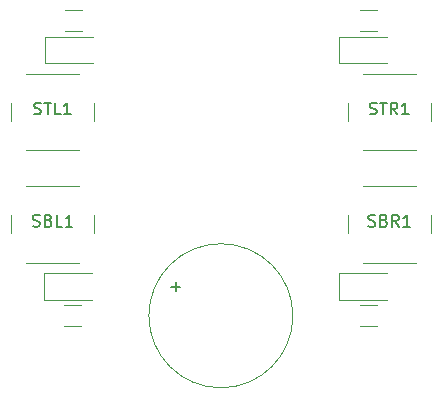
<source format=gbr>
%TF.GenerationSoftware,KiCad,Pcbnew,8.0.5*%
%TF.CreationDate,2024-10-14T18:40:36+02:00*%
%TF.ProjectId,pcb,7063622e-6b69-4636-9164-5f7063625858,rev?*%
%TF.SameCoordinates,Original*%
%TF.FileFunction,Legend,Top*%
%TF.FilePolarity,Positive*%
%FSLAX46Y46*%
G04 Gerber Fmt 4.6, Leading zero omitted, Abs format (unit mm)*
G04 Created by KiCad (PCBNEW 8.0.5) date 2024-10-14 18:40:36*
%MOMM*%
%LPD*%
G01*
G04 APERTURE LIST*
%ADD10C,0.150000*%
%ADD11C,0.120000*%
G04 APERTURE END LIST*
D10*
X162488095Y-54907200D02*
X162630952Y-54954819D01*
X162630952Y-54954819D02*
X162869047Y-54954819D01*
X162869047Y-54954819D02*
X162964285Y-54907200D01*
X162964285Y-54907200D02*
X163011904Y-54859580D01*
X163011904Y-54859580D02*
X163059523Y-54764342D01*
X163059523Y-54764342D02*
X163059523Y-54669104D01*
X163059523Y-54669104D02*
X163011904Y-54573866D01*
X163011904Y-54573866D02*
X162964285Y-54526247D01*
X162964285Y-54526247D02*
X162869047Y-54478628D01*
X162869047Y-54478628D02*
X162678571Y-54431009D01*
X162678571Y-54431009D02*
X162583333Y-54383390D01*
X162583333Y-54383390D02*
X162535714Y-54335771D01*
X162535714Y-54335771D02*
X162488095Y-54240533D01*
X162488095Y-54240533D02*
X162488095Y-54145295D01*
X162488095Y-54145295D02*
X162535714Y-54050057D01*
X162535714Y-54050057D02*
X162583333Y-54002438D01*
X162583333Y-54002438D02*
X162678571Y-53954819D01*
X162678571Y-53954819D02*
X162916666Y-53954819D01*
X162916666Y-53954819D02*
X163059523Y-54002438D01*
X163821428Y-54431009D02*
X163964285Y-54478628D01*
X163964285Y-54478628D02*
X164011904Y-54526247D01*
X164011904Y-54526247D02*
X164059523Y-54621485D01*
X164059523Y-54621485D02*
X164059523Y-54764342D01*
X164059523Y-54764342D02*
X164011904Y-54859580D01*
X164011904Y-54859580D02*
X163964285Y-54907200D01*
X163964285Y-54907200D02*
X163869047Y-54954819D01*
X163869047Y-54954819D02*
X163488095Y-54954819D01*
X163488095Y-54954819D02*
X163488095Y-53954819D01*
X163488095Y-53954819D02*
X163821428Y-53954819D01*
X163821428Y-53954819D02*
X163916666Y-54002438D01*
X163916666Y-54002438D02*
X163964285Y-54050057D01*
X163964285Y-54050057D02*
X164011904Y-54145295D01*
X164011904Y-54145295D02*
X164011904Y-54240533D01*
X164011904Y-54240533D02*
X163964285Y-54335771D01*
X163964285Y-54335771D02*
X163916666Y-54383390D01*
X163916666Y-54383390D02*
X163821428Y-54431009D01*
X163821428Y-54431009D02*
X163488095Y-54431009D01*
X165059523Y-54954819D02*
X164726190Y-54478628D01*
X164488095Y-54954819D02*
X164488095Y-53954819D01*
X164488095Y-53954819D02*
X164869047Y-53954819D01*
X164869047Y-53954819D02*
X164964285Y-54002438D01*
X164964285Y-54002438D02*
X165011904Y-54050057D01*
X165011904Y-54050057D02*
X165059523Y-54145295D01*
X165059523Y-54145295D02*
X165059523Y-54288152D01*
X165059523Y-54288152D02*
X165011904Y-54383390D01*
X165011904Y-54383390D02*
X164964285Y-54431009D01*
X164964285Y-54431009D02*
X164869047Y-54478628D01*
X164869047Y-54478628D02*
X164488095Y-54478628D01*
X166011904Y-54954819D02*
X165440476Y-54954819D01*
X165726190Y-54954819D02*
X165726190Y-53954819D01*
X165726190Y-53954819D02*
X165630952Y-54097676D01*
X165630952Y-54097676D02*
X165535714Y-54192914D01*
X165535714Y-54192914D02*
X165440476Y-54240533D01*
X134202381Y-45407200D02*
X134345238Y-45454819D01*
X134345238Y-45454819D02*
X134583333Y-45454819D01*
X134583333Y-45454819D02*
X134678571Y-45407200D01*
X134678571Y-45407200D02*
X134726190Y-45359580D01*
X134726190Y-45359580D02*
X134773809Y-45264342D01*
X134773809Y-45264342D02*
X134773809Y-45169104D01*
X134773809Y-45169104D02*
X134726190Y-45073866D01*
X134726190Y-45073866D02*
X134678571Y-45026247D01*
X134678571Y-45026247D02*
X134583333Y-44978628D01*
X134583333Y-44978628D02*
X134392857Y-44931009D01*
X134392857Y-44931009D02*
X134297619Y-44883390D01*
X134297619Y-44883390D02*
X134250000Y-44835771D01*
X134250000Y-44835771D02*
X134202381Y-44740533D01*
X134202381Y-44740533D02*
X134202381Y-44645295D01*
X134202381Y-44645295D02*
X134250000Y-44550057D01*
X134250000Y-44550057D02*
X134297619Y-44502438D01*
X134297619Y-44502438D02*
X134392857Y-44454819D01*
X134392857Y-44454819D02*
X134630952Y-44454819D01*
X134630952Y-44454819D02*
X134773809Y-44502438D01*
X135059524Y-44454819D02*
X135630952Y-44454819D01*
X135345238Y-45454819D02*
X135345238Y-44454819D01*
X136440476Y-45454819D02*
X135964286Y-45454819D01*
X135964286Y-45454819D02*
X135964286Y-44454819D01*
X137297619Y-45454819D02*
X136726191Y-45454819D01*
X137011905Y-45454819D02*
X137011905Y-44454819D01*
X137011905Y-44454819D02*
X136916667Y-44597676D01*
X136916667Y-44597676D02*
X136821429Y-44692914D01*
X136821429Y-44692914D02*
X136726191Y-44740533D01*
X134083333Y-54907200D02*
X134226190Y-54954819D01*
X134226190Y-54954819D02*
X134464285Y-54954819D01*
X134464285Y-54954819D02*
X134559523Y-54907200D01*
X134559523Y-54907200D02*
X134607142Y-54859580D01*
X134607142Y-54859580D02*
X134654761Y-54764342D01*
X134654761Y-54764342D02*
X134654761Y-54669104D01*
X134654761Y-54669104D02*
X134607142Y-54573866D01*
X134607142Y-54573866D02*
X134559523Y-54526247D01*
X134559523Y-54526247D02*
X134464285Y-54478628D01*
X134464285Y-54478628D02*
X134273809Y-54431009D01*
X134273809Y-54431009D02*
X134178571Y-54383390D01*
X134178571Y-54383390D02*
X134130952Y-54335771D01*
X134130952Y-54335771D02*
X134083333Y-54240533D01*
X134083333Y-54240533D02*
X134083333Y-54145295D01*
X134083333Y-54145295D02*
X134130952Y-54050057D01*
X134130952Y-54050057D02*
X134178571Y-54002438D01*
X134178571Y-54002438D02*
X134273809Y-53954819D01*
X134273809Y-53954819D02*
X134511904Y-53954819D01*
X134511904Y-53954819D02*
X134654761Y-54002438D01*
X135416666Y-54431009D02*
X135559523Y-54478628D01*
X135559523Y-54478628D02*
X135607142Y-54526247D01*
X135607142Y-54526247D02*
X135654761Y-54621485D01*
X135654761Y-54621485D02*
X135654761Y-54764342D01*
X135654761Y-54764342D02*
X135607142Y-54859580D01*
X135607142Y-54859580D02*
X135559523Y-54907200D01*
X135559523Y-54907200D02*
X135464285Y-54954819D01*
X135464285Y-54954819D02*
X135083333Y-54954819D01*
X135083333Y-54954819D02*
X135083333Y-53954819D01*
X135083333Y-53954819D02*
X135416666Y-53954819D01*
X135416666Y-53954819D02*
X135511904Y-54002438D01*
X135511904Y-54002438D02*
X135559523Y-54050057D01*
X135559523Y-54050057D02*
X135607142Y-54145295D01*
X135607142Y-54145295D02*
X135607142Y-54240533D01*
X135607142Y-54240533D02*
X135559523Y-54335771D01*
X135559523Y-54335771D02*
X135511904Y-54383390D01*
X135511904Y-54383390D02*
X135416666Y-54431009D01*
X135416666Y-54431009D02*
X135083333Y-54431009D01*
X136559523Y-54954819D02*
X136083333Y-54954819D01*
X136083333Y-54954819D02*
X136083333Y-53954819D01*
X137416666Y-54954819D02*
X136845238Y-54954819D01*
X137130952Y-54954819D02*
X137130952Y-53954819D01*
X137130952Y-53954819D02*
X137035714Y-54097676D01*
X137035714Y-54097676D02*
X136940476Y-54192914D01*
X136940476Y-54192914D02*
X136845238Y-54240533D01*
X162607143Y-45407200D02*
X162750000Y-45454819D01*
X162750000Y-45454819D02*
X162988095Y-45454819D01*
X162988095Y-45454819D02*
X163083333Y-45407200D01*
X163083333Y-45407200D02*
X163130952Y-45359580D01*
X163130952Y-45359580D02*
X163178571Y-45264342D01*
X163178571Y-45264342D02*
X163178571Y-45169104D01*
X163178571Y-45169104D02*
X163130952Y-45073866D01*
X163130952Y-45073866D02*
X163083333Y-45026247D01*
X163083333Y-45026247D02*
X162988095Y-44978628D01*
X162988095Y-44978628D02*
X162797619Y-44931009D01*
X162797619Y-44931009D02*
X162702381Y-44883390D01*
X162702381Y-44883390D02*
X162654762Y-44835771D01*
X162654762Y-44835771D02*
X162607143Y-44740533D01*
X162607143Y-44740533D02*
X162607143Y-44645295D01*
X162607143Y-44645295D02*
X162654762Y-44550057D01*
X162654762Y-44550057D02*
X162702381Y-44502438D01*
X162702381Y-44502438D02*
X162797619Y-44454819D01*
X162797619Y-44454819D02*
X163035714Y-44454819D01*
X163035714Y-44454819D02*
X163178571Y-44502438D01*
X163464286Y-44454819D02*
X164035714Y-44454819D01*
X163750000Y-45454819D02*
X163750000Y-44454819D01*
X164940476Y-45454819D02*
X164607143Y-44978628D01*
X164369048Y-45454819D02*
X164369048Y-44454819D01*
X164369048Y-44454819D02*
X164750000Y-44454819D01*
X164750000Y-44454819D02*
X164845238Y-44502438D01*
X164845238Y-44502438D02*
X164892857Y-44550057D01*
X164892857Y-44550057D02*
X164940476Y-44645295D01*
X164940476Y-44645295D02*
X164940476Y-44788152D01*
X164940476Y-44788152D02*
X164892857Y-44883390D01*
X164892857Y-44883390D02*
X164845238Y-44931009D01*
X164845238Y-44931009D02*
X164750000Y-44978628D01*
X164750000Y-44978628D02*
X164369048Y-44978628D01*
X165892857Y-45454819D02*
X165321429Y-45454819D01*
X165607143Y-45454819D02*
X165607143Y-44454819D01*
X165607143Y-44454819D02*
X165511905Y-44597676D01*
X165511905Y-44597676D02*
X165416667Y-44692914D01*
X165416667Y-44692914D02*
X165321429Y-44740533D01*
X145809048Y-60033866D02*
X146570953Y-60033866D01*
X146190000Y-60414819D02*
X146190000Y-59652914D01*
D11*
%TO.C,BL1*%
X135040000Y-58865000D02*
X135040000Y-61135000D01*
X135040000Y-61135000D02*
X139100000Y-61135000D01*
X139100000Y-58865000D02*
X135040000Y-58865000D01*
%TO.C,R4*%
X161760436Y-61590000D02*
X163214564Y-61590000D01*
X161760436Y-63410000D02*
X163214564Y-63410000D01*
%TO.C,BR1*%
X160027500Y-58865000D02*
X160027500Y-61135000D01*
X160027500Y-61135000D02*
X164087500Y-61135000D01*
X164087500Y-58865000D02*
X160027500Y-58865000D01*
%TO.C,R1*%
X136810436Y-36590000D02*
X138264564Y-36590000D01*
X136810436Y-38410000D02*
X138264564Y-38410000D01*
%TO.C,TR1*%
X160040000Y-38865000D02*
X160040000Y-41135000D01*
X160040000Y-41135000D02*
X164100000Y-41135000D01*
X164100000Y-38865000D02*
X160040000Y-38865000D01*
%TO.C,SBR1*%
X160750000Y-54000000D02*
X160750000Y-55500000D01*
X162000000Y-58000000D02*
X166500000Y-58000000D01*
X166500000Y-51500000D02*
X162000000Y-51500000D01*
X167750000Y-55500000D02*
X167750000Y-54000000D01*
%TO.C,STL1*%
X132250000Y-44500000D02*
X132250000Y-46000000D01*
X133500000Y-48500000D02*
X138000000Y-48500000D01*
X138000000Y-42000000D02*
X133500000Y-42000000D01*
X139250000Y-46000000D02*
X139250000Y-44500000D01*
%TO.C,R3*%
X136722936Y-61590000D02*
X138177064Y-61590000D01*
X136722936Y-63410000D02*
X138177064Y-63410000D01*
%TO.C,SBL1*%
X132250000Y-54000000D02*
X132250000Y-55500000D01*
X133500000Y-58000000D02*
X138000000Y-58000000D01*
X138000000Y-51500000D02*
X133500000Y-51500000D01*
X139250000Y-55500000D02*
X139250000Y-54000000D01*
%TO.C,STR1*%
X160750000Y-44500000D02*
X160750000Y-46000000D01*
X162000000Y-48500000D02*
X166500000Y-48500000D01*
X166500000Y-42000000D02*
X162000000Y-42000000D01*
X167750000Y-46000000D02*
X167750000Y-44500000D01*
%TO.C,BZ1*%
X156100000Y-62500000D02*
G75*
G02*
X143900000Y-62500000I-6100000J0D01*
G01*
X143900000Y-62500000D02*
G75*
G02*
X156100000Y-62500000I6100000J0D01*
G01*
%TO.C,TL1*%
X135077500Y-38865000D02*
X135077500Y-41135000D01*
X135077500Y-41135000D02*
X139137500Y-41135000D01*
X139137500Y-38865000D02*
X135077500Y-38865000D01*
%TO.C,R2*%
X161772936Y-36590000D02*
X163227064Y-36590000D01*
X161772936Y-38410000D02*
X163227064Y-38410000D01*
%TD*%
M02*

</source>
